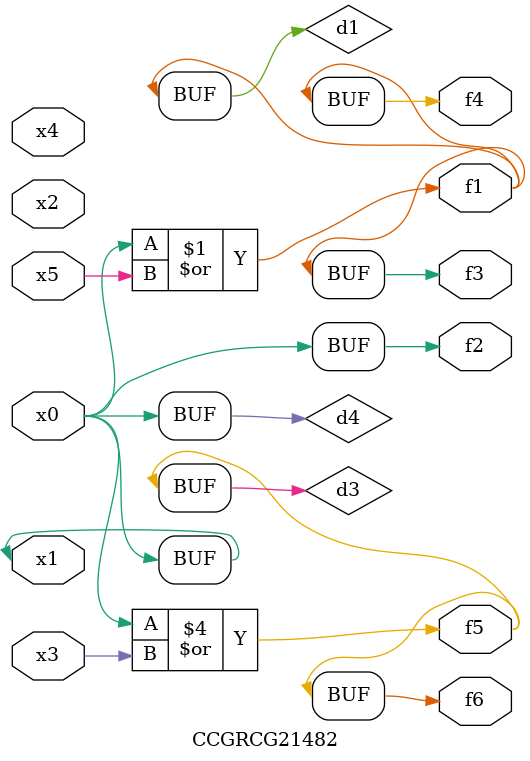
<source format=v>
module CCGRCG21482(
	input x0, x1, x2, x3, x4, x5,
	output f1, f2, f3, f4, f5, f6
);

	wire d1, d2, d3, d4;

	or (d1, x0, x5);
	xnor (d2, x1, x4);
	or (d3, x0, x3);
	buf (d4, x0, x1);
	assign f1 = d1;
	assign f2 = d4;
	assign f3 = d1;
	assign f4 = d1;
	assign f5 = d3;
	assign f6 = d3;
endmodule

</source>
